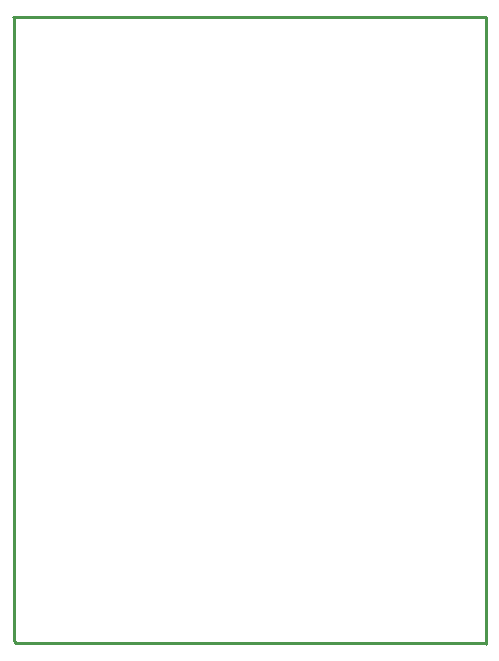
<source format=gko>
G04 Layer_Color=16711935*
%FSLAX24Y24*%
%MOIN*%
G70*
G01*
G75*
%ADD17C,0.0100*%
D17*
X-0Y84D02*
Y20866D01*
Y84D02*
X66Y17D01*
X15723D01*
X15739Y1D01*
Y20875D01*
X15733Y20881D02*
X15739Y20875D01*
X-15Y20881D02*
X15733D01*
M02*

</source>
